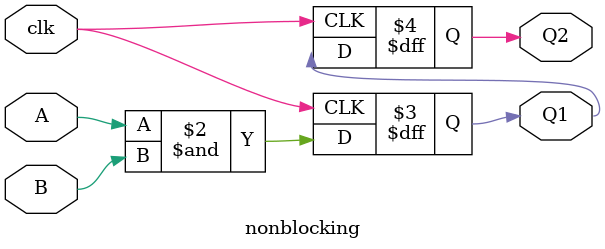
<source format=sv>
module nonblocking(
    input  wire   A,B,clk,
    output reg    Q1,Q2
);

always @(posedge clk) begin
    Q1 <= A&B;
    Q2 <= Q1;
end


    
endmodule
</source>
